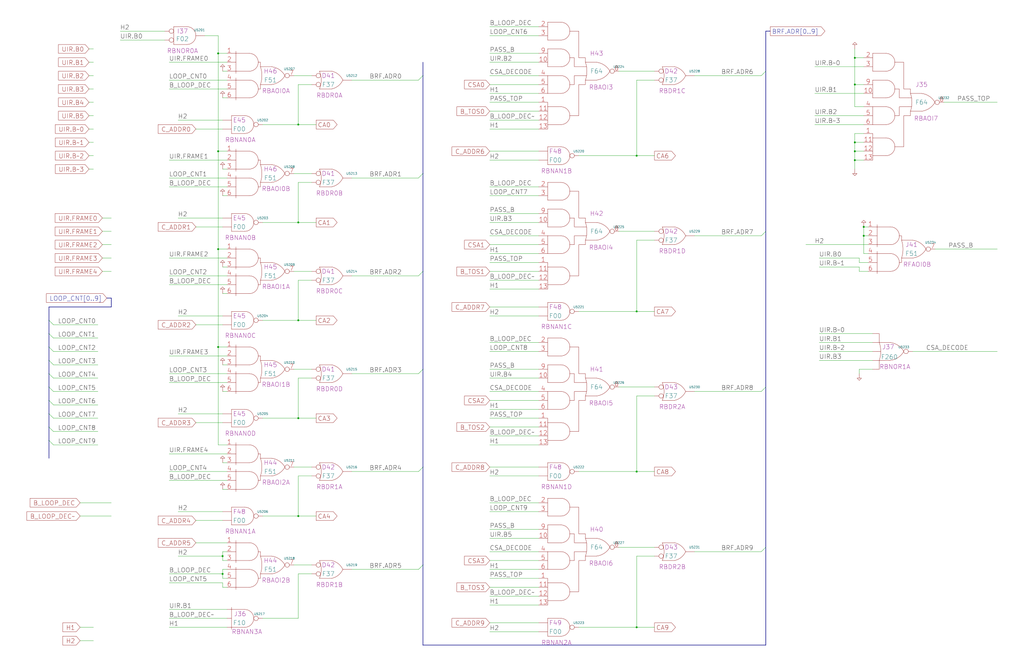
<source format=kicad_sch>
(kicad_sch (version 20250114) (generator "eeschema") (generator_version "9.0")
  (paper "User" 584.2 378.46)
  (title_block (title "REGISTER FILE CONTROL\\nB ADDRESS GENERATION") (date "22-MAR-90") (rev "1.0") (comment 1 "VALUE") (comment 2 "232-003063") (comment 3 "S400") (comment 4 "RELEASED"))
  (lib_symbols
    (symbol "r1000:F00" (pin_numbers (hide yes)) (pin_names (hide yes))
      (property "Reference" "U" (at 15.24 0 0))
      (property "Value" "F00" (at 1.905 -5.08 0))
      (property "Location" "___" (at 1.905 0 0))
      (property "Name" "______" (at 2.54 -12.7 0))
      (symbol "F00_1_1"
        (pin input line (at -7.62 0 0) (length 5.08) (name "D0") (number "1"))
        (pin input line (at -7.62 -5.08 0) (length 5.08) (name "D1") (number "2"))
        (pin output line (at 15.24 -2.54 180) (length 2.54) (name "Q") (number "3"))
      )
      (symbol "F00_1_2"
        (pin input line (at -7.62 0 0) (length 2.54) (name "D0") (number "1"))
        (pin input line (at -7.62 -5.08 0) (length 2.54) (name "D1") (number "2"))
        (pin output line (at 15.24 -2.54 180) (length 5.08) (name "Q") (number "3"))
      )
    )
    (symbol "r1000:F02" (pin_numbers (hide yes)) (pin_names (hide yes))
      (property "Reference" "U" (at 12.16 0.635 0))
      (property "Value" "F02" (at -1.27 -4.445 0))
      (property "Location" "___" (at 2.54 0 0))
      (property "Name" "______" (at 2.54 -12.7 0))
      (symbol "F02_1_1"
        (pin input line (at -7.62 0 0) (length 2.54) (name "D0") (number "1"))
        (pin input line (at -7.62 -5.08 0) (length 2.54) (name "D1") (number "2"))
        (pin output line (at 15.24 -2.54 180) (length 1.27) (name "Q") (number "3"))
      )
      (symbol "F02_1_2"
        (pin input line (at -7.62 0 0) (length 2.54) (name "D0") (number "1"))
        (pin input line (at -7.62 -5.08 0) (length 2.54) (name "D1") (number "2"))
        (pin output line (at 15.24 -2.54 180) (length 2.54) (name "Q") (number "3"))
      )
    )
    (symbol "r1000:F10" (pin_numbers (hide yes)) (pin_names (hide yes))
      (property "Reference" "U" (at 13.335 0 0))
      (property "Value" "F10" (at 5.715 -5.08 0))
      (property "Location" "___" (at -1.27 0 0))
      (property "Name" "______" (at -2.54 -10.16 0))
      (symbol "F10_1_1"
        (pin input line (at -5.08 2.54 0) (length 2.54) (name "D0") (number "1"))
        (pin input line (at -5.08 -2.54 0) (length 2.54) (name "D1") (number "2"))
        (pin input line (at -5.08 -7.62 0) (length 2.54) (name "D2") (number "3"))
        (pin output line (at 15.24 -2.54 180) (length 2.54) (name "Q") (number "4"))
      )
      (symbol "F10_1_2"
        (pin input line (at -5.08 2.54 0) (length 0) (name "D0") (number "1"))
        (pin input line (at -5.08 -2.54 0) (length 0) (name "D1") (number "2"))
        (pin input line (at -5.08 -7.62 0) (length 0) (name "D2") (number "3"))
        (pin output line (at 15.24 -2.54 180) (length 2.54) (name "Q") (number "4"))
      )
    )
    (symbol "r1000:F260" (pin_numbers (hide yes)) (pin_names (hide yes))
      (property "Reference" "U" (at 10.16 0 0))
      (property "Value" "F260" (at 1.905 -5.715 0))
      (property "Location" "___" (at 1.27 0 0))
      (property "Name" "______" (at 5.08 -12.7 0))
      (symbol "F260_1_1"
        (pin input line (at -7.62 7.62 0) (length 2.54) (name "D0") (number "12"))
        (pin input line (at -7.62 2.54 0) (length 2.54) (name "D1") (number "13"))
        (pin input line (at -7.62 -2.54 0) (length 2.54) (name "D2") (number "1"))
        (pin input line (at -7.62 -7.62 0) (length 2.54) (name "D3") (number "2"))
        (pin input line (at -7.62 -12.7 0) (length 2.54) (name "D4") (number "3"))
        (pin output line (at 15.24 -2.54 180) (length 2.54) (name "Q") (number "5"))
      )
      (symbol "F260_1_2"
        (pin input line (at -7.62 7.62 0) (length 0) (name "D0") (number "12"))
        (pin input line (at -7.62 2.54 0) (length 0) (name "D1") (number "13"))
        (pin input line (at -7.62 -2.54 0) (length 0) (name "D2") (number "1"))
        (pin input line (at -7.62 -7.62 0) (length 0) (name "D3") (number "2"))
        (pin input line (at -7.62 -12.7 0) (length 0) (name "D4") (number "3"))
        (pin output line (at 15.24 -2.54 180) (length 7.62) (name "Q") (number "5"))
      )
    )
    (symbol "r1000:F37" (pin_numbers (hide yes)) (pin_names (offset 0) (hide yes))
      (property "Reference" "U" (at 15.24 0 0))
      (property "Value" "F37" (at 1.905 -5.08 0))
      (property "Location" "___" (at 1.905 0 0))
      (property "Name" "______" (at 2.54 -12.7 0))
      (symbol "F37_1_1"
        (pin input line (at -7.62 0 0) (length 5.08) (name "D0") (number "1"))
        (pin input line (at -7.62 -5.08 0) (length 5.08) (name "D1") (number "2"))
        (pin output line (at 15.24 -2.54 180) (length 2.54) (name "Q") (number "3"))
      )
      (symbol "F37_1_2"
        (pin input line (at -7.62 0 0) (length 2.54) (name "D0") (number "1"))
        (pin input line (at -7.62 -5.08 0) (length 2.54) (name "D1") (number "2"))
        (pin output line (at 15.24 -2.54 180) (length 5.08) (name "Q") (number "3"))
      )
    )
    (symbol "r1000:F51" (pin_names (hide yes))
      (property "Reference" "U" (at 12.7 1.27 0))
      (property "Value" "F51" (at 1.905 -5.08 0))
      (property "Location" "___" (at 1.905 0 0))
      (property "Name" "______" (at 5.08 -12.7 0))
      (symbol "F51_1_1"
        (pin input line (at -22.86 10.16 0) (length 2.54) (name "A1") (number "1"))
        (pin input line (at -22.86 5.08 0) (length 2.54) (name "A2") (number "2"))
        (pin input line (at -22.86 0 0) (length 2.54) (name "A3") (number "3"))
        (pin input line (at -22.86 -5.08 0) (length 2.54) (name "B1") (number "4"))
        (pin input line (at -22.86 -10.16 0) (length 2.54) (name "B2") (number "5"))
        (pin input line (at -22.86 -15.24 0) (length 2.54) (name "B3") (number "6"))
        (pin output line (at 15.24 -2.54 180) (length 2.54) (name "Q") (number "7"))
      )
    )
    (symbol "r1000:F64" (pin_names (hide yes))
      (property "Reference" "U" (at 15.24 2.54 0))
      (property "Value" "F64" (at 2.54 0 0))
      (property "Location" "___" (at 2.54 10.16 0))
      (property "Name" "______" (at 5.08 -10.62 0))
      (symbol "F64_1_1"
        (pin input line (at -30.48 25.4 0) (length 5.08) (name "A0") (number "2"))
        (pin input line (at -30.48 20.32 0) (length 5.08) (name "A1") (number "3"))
        (pin input line (at -30.48 10.16 0) (length 5.08) (name "B0") (number "9"))
        (pin input line (at -30.48 5.08 0) (length 5.08) (name "B1") (number "10"))
        (pin input line (at -30.48 -2.54 0) (length 5.08) (name "C0") (number "4"))
        (pin input line (at -30.48 -7.62 0) (length 5.08) (name "C1") (number "5"))
        (pin input line (at -30.48 -12.7 0) (length 5.08) (name "C2") (number "6"))
        (pin input line (at -30.48 -17.78 0) (length 5.08) (name "D0") (number "1"))
        (pin input line (at -30.48 -22.86 0) (length 5.08) (name "D1") (number "11"))
        (pin input line (at -30.48 -27.94 0) (length 5.08) (name "D2") (number "12"))
        (pin input line (at -30.48 -33.02 0) (length 5.08) (name "D3") (number "13"))
        (pin output line (at 15.24 0 180) (length 2.54) (name "Q") (number "8"))
      )
    )
    (symbol "r1000:PD" (power) (pin_numbers (hide yes)) (pin_names (hide yes)) (in_bom no)
      (symbol "PD_1_1"
        (pin power_in line (at 0 0 270) (length 2.54) (name "PD") (number "1"))
      )
    )
    (symbol "r1000:PU" (power) (pin_numbers (hide yes)) (pin_names (hide yes))
      (symbol "PU_1_1"
        (pin power_in line (at 0 0 90) (length 2.54) (name "PU") (number "1"))
      )
    )
  )
  (junction (at 487.68 33.02))
  (junction (at 492.76 129.54))
  (junction (at 127 327.66))
  (junction (at 170.18 71.12))
  (junction (at 487.68 86.36))
  (junction (at 170.18 182.88))
  (junction (at 170.18 294.64))
  (junction (at 363.22 88.9))
  (junction (at 363.22 177.8))
  (junction (at 363.22 269.24))
  (junction (at 487.68 91.44))
  (junction (at 124.46 30.48))
  (junction (at 487.68 81.28))
  (junction (at 124.46 86.36))
  (junction (at 124.46 142.24))
  (junction (at 127 317.5))
  (junction (at 170.18 238.76))
  (junction (at 363.22 358.14))
  (junction (at 492.76 134.62))
  (junction (at 124.46 198.12))
  (junction (at 487.68 48.26))
  (junction (at 170.18 127))
  (bus_entry (at 27.94 243.84) (size 2.54 2.54))
  (bus_entry (at 27.94 213.36) (size 2.54 2.54))
  (bus_entry (at 436.88 132.08) (size -2.54 2.54))
  (bus_entry (at 27.94 205.74) (size 2.54 2.54))
  (bus_entry (at 241.3 266.7) (size -2.54 2.54))
  (bus_entry (at 27.94 220.98) (size 2.54 2.54))
  (bus_entry (at 241.3 43.18) (size -2.54 2.54))
  (bus_entry (at 436.88 220.98) (size -2.54 2.54))
  (bus_entry (at 241.3 154.94) (size -2.54 2.54))
  (bus_entry (at 436.88 312.42) (size -2.54 2.54))
  (bus_entry (at 241.3 210.82) (size -2.54 2.54))
  (bus_entry (at 27.94 228.6) (size 2.54 2.54))
  (bus_entry (at 27.94 198.12) (size 2.54 2.54))
  (bus_entry (at 27.94 251.46) (size 2.54 2.54))
  (bus_entry (at 27.94 190.5) (size 2.54 2.54))
  (bus_entry (at 436.88 40.64) (size -2.54 2.54))
  (bus_entry (at 241.3 322.58) (size -2.54 2.54))
  (bus_entry (at 27.94 182.88) (size 2.54 2.54))
  (bus_entry (at 27.94 236.22) (size 2.54 2.54))
  (bus_entry (at 241.3 99.06) (size -2.54 2.54))
  (wire (pts (xy 101.6 317.5) (xy 127 317.5)))
  (wire (pts (xy 363.22 358.14) (xy 373.38 358.14)))
  (wire (pts (xy 200.66 269.24) (xy 238.76 269.24)))
  (wire (pts (xy 279.4 223.52) (xy 307.34 223.52)))
  (wire (pts (xy 124.46 30.48) (xy 129.54 30.48)))
  (wire (pts (xy 170.18 238.76) (xy 170.18 215.9)))
  (wire (pts (xy 124.46 20.32) (xy 124.46 30.48)))
  (wire (pts (xy 353.06 132.08) (xy 373.38 132.08)))
  (wire (pts (xy 167.64 154.94) (xy 177.8 154.94)))
  (wire (pts (xy 490.22 210.82) (xy 497.84 210.82)))
  (wire (pts (xy 490.22 152.4) (xy 490.22 154.94)))
  (wire (pts (xy 127 264.16) (xy 129.54 264.16)))
  (wire (pts (xy 96.52 157.48) (xy 129.54 157.48)))
  (wire (pts (xy 467.36 200.66) (xy 497.84 200.66)))
  (bus (pts (xy 63.5 175.26) (xy 27.94 175.26)))
  (wire (pts (xy 170.18 160.02) (xy 177.8 160.02)))
  (wire (pts (xy 279.4 154.94) (xy 307.34 154.94)))
  (wire (pts (xy 363.22 226.06) (xy 373.38 226.06)))
  (wire (pts (xy 464.82 66.04) (xy 492.76 66.04)))
  (wire (pts (xy 124.46 142.24) (xy 124.46 198.12)))
  (wire (pts (xy 124.46 198.12) (xy 129.54 198.12)))
  (wire (pts (xy 490.22 147.32) (xy 490.22 149.86)))
  (wire (pts (xy 170.18 353.06) (xy 149.86 353.06)))
  (wire (pts (xy 533.4 142.24) (xy 568.96 142.24)))
  (wire (pts (xy 101.6 292.1) (xy 127 292.1)))
  (bus (pts (xy 241.3 35.56) (xy 241.3 43.18)))
  (wire (pts (xy 279.4 30.48) (xy 307.34 30.48)))
  (wire (pts (xy 279.4 43.18) (xy 307.34 43.18)))
  (wire (pts (xy 30.48 208.28) (xy 55.88 208.28)))
  (wire (pts (xy 279.4 287.02) (xy 307.34 287.02)))
  (wire (pts (xy 487.68 48.26) (xy 492.76 48.26)))
  (wire (pts (xy 170.18 182.88) (xy 180.34 182.88)))
  (wire (pts (xy 149.86 71.12) (xy 170.18 71.12)))
  (wire (pts (xy 96.52 213.36) (xy 129.54 213.36)))
  (wire (pts (xy 487.68 91.44) (xy 487.68 86.36)))
  (wire (pts (xy 279.4 127) (xy 307.34 127)))
  (wire (pts (xy 167.64 322.58) (xy 177.8 322.58)))
  (wire (pts (xy 50.8 96.52) (xy 53.34 96.52)))
  (wire (pts (xy 279.4 325.12) (xy 307.34 325.12)))
  (wire (pts (xy 30.48 215.9) (xy 55.88 215.9)))
  (bus (pts (xy 27.94 182.88) (xy 27.94 190.5)))
  (wire (pts (xy 101.6 124.46) (xy 127 124.46)))
  (wire (pts (xy 50.8 50.8) (xy 53.34 50.8)))
  (wire (pts (xy 127 111.76) (xy 129.54 111.76)))
  (wire (pts (xy 170.18 48.26) (xy 177.8 48.26)))
  (bus (pts (xy 27.94 251.46) (xy 27.94 261.62)))
  (wire (pts (xy 279.4 63.5) (xy 307.34 63.5)))
  (wire (pts (xy 101.6 68.58) (xy 127 68.58)))
  (bus (pts (xy 436.88 40.64) (xy 436.88 132.08)))
  (wire (pts (xy 279.4 111.76) (xy 307.34 111.76)))
  (wire (pts (xy 363.22 88.9) (xy 373.38 88.9)))
  (wire (pts (xy 467.36 205.74) (xy 497.84 205.74)))
  (wire (pts (xy 495.3 134.62) (xy 492.76 134.62)))
  (wire (pts (xy 127 317.5) (xy 127 314.96)))
  (wire (pts (xy 30.48 254) (xy 55.88 254)))
  (wire (pts (xy 96.52 106.68) (xy 129.54 106.68)))
  (bus (pts (xy 63.5 170.18) (xy 63.5 175.26)))
  (wire (pts (xy 149.86 182.88) (xy 170.18 182.88)))
  (wire (pts (xy 170.18 215.9) (xy 177.8 215.9)))
  (wire (pts (xy 58.42 132.08) (xy 63.5 132.08)))
  (wire (pts (xy 487.68 86.36) (xy 492.76 86.36)))
  (wire (pts (xy 45.72 358.14) (xy 53.34 358.14)))
  (wire (pts (xy 353.06 312.42) (xy 373.38 312.42)))
  (wire (pts (xy 170.18 182.88) (xy 170.18 160.02)))
  (wire (pts (xy 149.86 238.76) (xy 170.18 238.76)))
  (wire (pts (xy 200.66 157.48) (xy 238.76 157.48)))
  (bus (pts (xy 27.94 213.36) (xy 27.94 220.98)))
  (bus (pts (xy 27.94 205.74) (xy 27.94 213.36)))
  (wire (pts (xy 170.18 294.64) (xy 170.18 271.78)))
  (wire (pts (xy 111.76 297.18) (xy 127 297.18)))
  (wire (pts (xy 490.22 149.86) (xy 495.3 149.86)))
  (wire (pts (xy 363.22 269.24) (xy 373.38 269.24)))
  (wire (pts (xy 127 152.4) (xy 129.54 152.4)))
  (wire (pts (xy 96.52 203.2) (xy 129.54 203.2)))
  (wire (pts (xy 279.4 335.28) (xy 307.34 335.28)))
  (wire (pts (xy 127 325.12) (xy 129.54 325.12)))
  (wire (pts (xy 279.4 266.7) (xy 307.34 266.7)))
  (wire (pts (xy 30.48 185.42) (xy 55.88 185.42)))
  (wire (pts (xy 96.52 274.32) (xy 129.54 274.32)))
  (wire (pts (xy 467.36 195.58) (xy 497.84 195.58)))
  (wire (pts (xy 127 314.96) (xy 129.54 314.96)))
  (wire (pts (xy 330.2 177.8) (xy 363.22 177.8)))
  (wire (pts (xy 492.76 134.62) (xy 492.76 129.54)))
  (bus (pts (xy 27.94 228.6) (xy 27.94 236.22)))
  (wire (pts (xy 279.4 106.68) (xy 307.34 106.68)))
  (bus (pts (xy 241.3 210.82) (xy 241.3 266.7)))
  (wire (pts (xy 279.4 210.82) (xy 307.34 210.82)))
  (wire (pts (xy 170.18 127) (xy 180.34 127)))
  (bus (pts (xy 241.3 99.06) (xy 241.3 154.94)))
  (wire (pts (xy 464.82 38.1) (xy 492.76 38.1)))
  (wire (pts (xy 330.2 88.9) (xy 363.22 88.9)))
  (wire (pts (xy 50.8 73.66) (xy 53.34 73.66)))
  (bus (pts (xy 436.88 312.42) (xy 436.88 368.3)))
  (wire (pts (xy 279.4 330.2) (xy 307.34 330.2)))
  (wire (pts (xy 467.36 147.32) (xy 490.22 147.32)))
  (wire (pts (xy 127 317.5) (xy 127 320.04)))
  (wire (pts (xy 353.06 40.64) (xy 373.38 40.64)))
  (wire (pts (xy 279.4 228.6) (xy 307.34 228.6)))
  (wire (pts (xy 116.84 20.32) (xy 124.46 20.32)))
  (wire (pts (xy 279.4 314.96) (xy 307.34 314.96)))
  (wire (pts (xy 96.52 353.06) (xy 129.54 353.06)))
  (wire (pts (xy 279.4 248.92) (xy 307.34 248.92)))
  (bus (pts (xy 241.3 368.3) (xy 436.88 368.3)))
  (wire (pts (xy 279.4 160.02) (xy 307.34 160.02)))
  (wire (pts (xy 279.4 180.34) (xy 307.34 180.34)))
  (wire (pts (xy 96.52 101.6) (xy 129.54 101.6)))
  (wire (pts (xy 363.22 88.9) (xy 363.22 45.72)))
  (bus (pts (xy 436.88 132.08) (xy 436.88 220.98)))
  (wire (pts (xy 279.4 165.1) (xy 307.34 165.1)))
  (wire (pts (xy 124.46 86.36) (xy 129.54 86.36)))
  (wire (pts (xy 101.6 236.22) (xy 127 236.22)))
  (wire (pts (xy 467.36 190.5) (xy 497.84 190.5)))
  (wire (pts (xy 279.4 139.7) (xy 307.34 139.7)))
  (wire (pts (xy 490.22 213.36) (xy 490.22 210.82)))
  (wire (pts (xy 45.72 365.76) (xy 53.34 365.76)))
  (wire (pts (xy 200.66 213.36) (xy 238.76 213.36)))
  (wire (pts (xy 30.48 200.66) (xy 55.88 200.66)))
  (wire (pts (xy 487.68 91.44) (xy 492.76 91.44)))
  (wire (pts (xy 487.68 81.28) (xy 487.68 76.2)))
  (wire (pts (xy 279.4 320.04) (xy 307.34 320.04)))
  (wire (pts (xy 330.2 358.14) (xy 363.22 358.14)))
  (wire (pts (xy 96.52 147.32) (xy 129.54 147.32)))
  (wire (pts (xy 363.22 45.72) (xy 373.38 45.72)))
  (bus (pts (xy 27.94 220.98) (xy 27.94 228.6)))
  (wire (pts (xy 459.74 139.7) (xy 495.3 139.7)))
  (wire (pts (xy 464.82 53.34) (xy 492.76 53.34)))
  (wire (pts (xy 167.64 43.18) (xy 177.8 43.18)))
  (wire (pts (xy 279.4 121.92) (xy 307.34 121.92)))
  (wire (pts (xy 50.8 66.04) (xy 53.34 66.04)))
  (wire (pts (xy 68.58 17.78) (xy 93.98 17.78)))
  (wire (pts (xy 127 327.66) (xy 127 325.12)))
  (wire (pts (xy 167.64 266.7) (xy 177.8 266.7)))
  (bus (pts (xy 60.96 170.18) (xy 63.5 170.18)))
  (wire (pts (xy 96.52 35.56) (xy 129.54 35.56)))
  (wire (pts (xy 279.4 238.76) (xy 307.34 238.76)))
  (wire (pts (xy 487.68 96.52) (xy 487.68 91.44)))
  (wire (pts (xy 124.46 254) (xy 129.54 254)))
  (wire (pts (xy 538.48 58.42) (xy 568.96 58.42)))
  (bus (pts (xy 27.94 190.5) (xy 27.94 198.12)))
  (bus (pts (xy 241.3 43.18) (xy 241.3 99.06)))
  (wire (pts (xy 492.76 129.54) (xy 495.3 129.54)))
  (wire (pts (xy 96.52 50.8) (xy 129.54 50.8)))
  (wire (pts (xy 111.76 129.54) (xy 127 129.54)))
  (wire (pts (xy 96.52 269.24) (xy 129.54 269.24)))
  (wire (pts (xy 279.4 68.58) (xy 307.34 68.58)))
  (wire (pts (xy 111.76 241.3) (xy 127 241.3)))
  (wire (pts (xy 464.82 71.12) (xy 492.76 71.12)))
  (wire (pts (xy 279.4 243.84) (xy 307.34 243.84)))
  (wire (pts (xy 96.52 347.98) (xy 129.54 347.98)))
  (wire (pts (xy 487.68 48.26) (xy 487.68 60.96)))
  (wire (pts (xy 50.8 35.56) (xy 53.34 35.56)))
  (wire (pts (xy 127 332.74) (xy 127 335.28)))
  (bus (pts (xy 27.94 243.84) (xy 27.94 251.46)))
  (wire (pts (xy 279.4 144.78) (xy 307.34 144.78)))
  (wire (pts (xy 30.48 223.52) (xy 55.88 223.52)))
  (wire (pts (xy 492.76 144.78) (xy 492.76 134.62)))
  (wire (pts (xy 490.22 154.94) (xy 495.3 154.94)))
  (wire (pts (xy 279.4 149.86) (xy 307.34 149.86)))
  (wire (pts (xy 127 208.28) (xy 129.54 208.28)))
  (wire (pts (xy 111.76 185.42) (xy 127 185.42)))
  (wire (pts (xy 50.8 88.9) (xy 53.34 88.9)))
  (wire (pts (xy 170.18 327.66) (xy 170.18 353.06)))
  (wire (pts (xy 487.68 33.02) (xy 487.68 48.26)))
  (wire (pts (xy 279.4 360.68) (xy 307.34 360.68)))
  (wire (pts (xy 167.64 210.82) (xy 177.8 210.82)))
  (bus (pts (xy 27.94 198.12) (xy 27.94 205.74)))
  (wire (pts (xy 396.24 43.18) (xy 434.34 43.18)))
  (wire (pts (xy 492.76 60.96) (xy 487.68 60.96)))
  (wire (pts (xy 96.52 162.56) (xy 129.54 162.56)))
  (wire (pts (xy 45.72 294.64) (xy 63.5 294.64)))
  (wire (pts (xy 30.48 231.14) (xy 55.88 231.14)))
  (wire (pts (xy 487.68 86.36) (xy 487.68 81.28)))
  (wire (pts (xy 279.4 355.6) (xy 307.34 355.6)))
  (wire (pts (xy 279.4 340.36) (xy 307.34 340.36)))
  (bus (pts (xy 436.88 17.78) (xy 439.42 17.78)))
  (bus (pts (xy 241.3 266.7) (xy 241.3 322.58)))
  (wire (pts (xy 363.22 269.24) (xy 363.22 226.06)))
  (wire (pts (xy 279.4 302.26) (xy 307.34 302.26)))
  (wire (pts (xy 96.52 45.72) (xy 129.54 45.72)))
  (wire (pts (xy 279.4 15.24) (xy 307.34 15.24)))
  (wire (pts (xy 330.2 269.24) (xy 363.22 269.24)))
  (wire (pts (xy 50.8 43.18) (xy 53.34 43.18)))
  (wire (pts (xy 45.72 287.02) (xy 63.5 287.02)))
  (wire (pts (xy 520.7 200.66) (xy 568.96 200.66)))
  (wire (pts (xy 127 40.64) (xy 129.54 40.64)))
  (wire (pts (xy 127 335.28) (xy 129.54 335.28)))
  (wire (pts (xy 487.68 27.94) (xy 487.68 33.02)))
  (wire (pts (xy 363.22 358.14) (xy 363.22 317.5)))
  (wire (pts (xy 50.8 27.94) (xy 53.34 27.94)))
  (wire (pts (xy 353.06 220.98) (xy 373.38 220.98)))
  (wire (pts (xy 111.76 73.66) (xy 127 73.66)))
  (wire (pts (xy 50.8 58.42) (xy 53.34 58.42)))
  (wire (pts (xy 124.46 30.48) (xy 124.46 86.36)))
  (wire (pts (xy 279.4 271.78) (xy 307.34 271.78)))
  (wire (pts (xy 363.22 137.16) (xy 373.38 137.16)))
  (wire (pts (xy 279.4 195.58) (xy 307.34 195.58)))
  (wire (pts (xy 58.42 154.94) (xy 63.5 154.94)))
  (wire (pts (xy 58.42 147.32) (xy 63.5 147.32)))
  (wire (pts (xy 279.4 20.32) (xy 307.34 20.32)))
  (wire (pts (xy 96.52 327.66) (xy 127 327.66)))
  (wire (pts (xy 279.4 345.44) (xy 307.34 345.44)))
  (wire (pts (xy 279.4 254) (xy 307.34 254)))
  (wire (pts (xy 177.8 327.66) (xy 170.18 327.66)))
  (wire (pts (xy 170.18 71.12) (xy 170.18 48.26)))
  (wire (pts (xy 279.4 91.44) (xy 307.34 91.44)))
  (wire (pts (xy 68.58 22.86) (xy 93.98 22.86)))
  (wire (pts (xy 279.4 73.66) (xy 307.34 73.66)))
  (wire (pts (xy 127 55.88) (xy 129.54 55.88)))
  (wire (pts (xy 279.4 53.34) (xy 307.34 53.34)))
  (wire (pts (xy 127 167.64) (xy 129.54 167.64)))
  (wire (pts (xy 170.18 271.78) (xy 177.8 271.78)))
  (wire (pts (xy 363.22 177.8) (xy 363.22 137.16)))
  (wire (pts (xy 279.4 292.1) (xy 307.34 292.1)))
  (wire (pts (xy 363.22 177.8) (xy 373.38 177.8)))
  (bus (pts (xy 241.3 154.94) (xy 241.3 210.82)))
  (wire (pts (xy 363.22 317.5) (xy 373.38 317.5)))
  (wire (pts (xy 30.48 238.76) (xy 55.88 238.76)))
  (wire (pts (xy 124.46 86.36) (xy 124.46 142.24)))
  (wire (pts (xy 58.42 139.7) (xy 63.5 139.7)))
  (wire (pts (xy 170.18 71.12) (xy 180.34 71.12)))
  (wire (pts (xy 129.54 320.04) (xy 127 320.04)))
  (wire (pts (xy 127 327.66) (xy 127 330.2)))
  (wire (pts (xy 149.86 294.64) (xy 170.18 294.64)))
  (wire (pts (xy 127 223.52) (xy 129.54 223.52)))
  (bus (pts (xy 27.94 236.22) (xy 27.94 243.84)))
  (wire (pts (xy 279.4 200.66) (xy 307.34 200.66)))
  (wire (pts (xy 58.42 124.46) (xy 63.5 124.46)))
  (wire (pts (xy 279.4 134.62) (xy 307.34 134.62)))
  (wire (pts (xy 467.36 152.4) (xy 490.22 152.4)))
  (wire (pts (xy 200.66 101.6) (xy 238.76 101.6)))
  (wire (pts (xy 279.4 233.68) (xy 307.34 233.68)))
  (wire (pts (xy 487.68 76.2) (xy 492.76 76.2)))
  (bus (pts (xy 27.94 175.26) (xy 27.94 182.88)))
  (wire (pts (xy 101.6 180.34) (xy 127 180.34)))
  (wire (pts (xy 495.3 144.78) (xy 492.76 144.78)))
  (wire (pts (xy 396.24 223.52) (xy 434.34 223.52)))
  (wire (pts (xy 111.76 309.88) (xy 129.54 309.88)))
  (wire (pts (xy 124.46 142.24) (xy 129.54 142.24)))
  (wire (pts (xy 96.52 259.08) (xy 129.54 259.08)))
  (wire (pts (xy 396.24 314.96) (xy 434.34 314.96)))
  (wire (pts (xy 170.18 294.64) (xy 180.34 294.64)))
  (wire (pts (xy 279.4 175.26) (xy 307.34 175.26)))
  (wire (pts (xy 279.4 35.56) (xy 307.34 35.56)))
  (wire (pts (xy 170.18 238.76) (xy 180.34 238.76)))
  (bus (pts (xy 241.3 322.58) (xy 241.3 368.3)))
  (wire (pts (xy 279.4 215.9) (xy 307.34 215.9)))
  (wire (pts (xy 124.46 198.12) (xy 124.46 254)))
  (wire (pts (xy 279.4 307.34) (xy 307.34 307.34)))
  (wire (pts (xy 170.18 104.14) (xy 177.8 104.14)))
  (wire (pts (xy 167.64 99.06) (xy 177.8 99.06)))
  (wire (pts (xy 50.8 81.28) (xy 53.34 81.28)))
  (wire (pts (xy 127 96.52) (xy 129.54 96.52)))
  (bus (pts (xy 436.88 17.78) (xy 436.88 40.64)))
  (wire (pts (xy 279.4 58.42) (xy 307.34 58.42)))
  (wire (pts (xy 279.4 48.26) (xy 307.34 48.26)))
  (wire (pts (xy 279.4 86.36) (xy 307.34 86.36)))
  (wire (pts (xy 200.66 325.12) (xy 238.76 325.12)))
  (wire (pts (xy 129.54 330.2) (xy 127 330.2)))
  (wire (pts (xy 200.66 45.72) (xy 238.76 45.72)))
  (wire (pts (xy 396.24 134.62) (xy 434.34 134.62)))
  (wire (pts (xy 487.68 81.28) (xy 492.76 81.28)))
  (wire (pts (xy 96.52 358.14) (xy 129.54 358.14)))
  (wire (pts (xy 127 279.4) (xy 129.54 279.4)))
  (wire (pts (xy 487.68 33.02) (xy 492.76 33.02)))
  (wire (pts (xy 149.86 127) (xy 170.18 127)))
  (wire (pts (xy 96.52 218.44) (xy 129.54 218.44)))
  (wire (pts (xy 30.48 193.04) (xy 55.88 193.04)))
  (wire (pts (xy 96.52 91.44) (xy 129.54 91.44)))
  (bus (pts (xy 436.88 220.98) (xy 436.88 312.42)))
  (wire (pts (xy 170.18 127) (xy 170.18 104.14)))
  (wire (pts (xy 96.52 332.74) (xy 127 332.74)))
  (wire (pts (xy 30.48 246.38) (xy 55.88 246.38)))
  (label "B_LOOP_DEC~" (at 279.4 248.92 0) (effects (font (size 2.54 2.54))))
  (label "UIR.B~1" (at 467.36 152.4 0) (effects (font (size 2.54 2.54))))
  (label "H1" (at 96.52 358.14 0) (effects (font (size 2.54 2.54))))
  (label "H1" (at 279.4 73.66 0) (effects (font (size 2.54 2.54))))
  (label "H2" (at 464.82 139.7 0) (effects (font (size 2.54 2.54))))
  (label "UIR.B~0" (at 464.82 38.1 0) (effects (font (size 2.54 2.54))))
  (label "LOOP_CNT0" (at 33.02 185.42 0) (effects (font (size 2.54 2.54))))
  (label "BRF.ADR3" (at 210.82 213.36 0) (effects (font (size 2.54 2.54))))
  (label "CSA_DECODE" (at 279.4 223.52 0) (effects (font (size 2.54 2.54))))
  (label "LOOP_CNT5" (at 96.52 332.74 0) (effects (font (size 2.54 2.54))))
  (label "B_LOOP_DEC" (at 279.4 15.24 0) (effects (font (size 2.54 2.54))))
  (label "B_LOOP_DEC" (at 96.52 218.44 0) (effects (font (size 2.54 2.54))))
  (label "B_LOOP_DEC" (at 279.4 195.58 0) (effects (font (size 2.54 2.54))))
  (label "H2" (at 101.6 180.34 0) (effects (font (size 2.54 2.54))))
  (label "B_LOOP_DEC" (at 96.52 327.66 0) (effects (font (size 2.54 2.54))))
  (label "H2" (at 101.6 317.5 0) (effects (font (size 2.54 2.54))))
  (label "LOOP_CNT8" (at 279.4 200.66 0) (effects (font (size 2.54 2.54))))
  (label "UIR.B0" (at 467.36 147.32 0) (effects (font (size 2.54 2.54))))
  (label "H1" (at 279.4 165.1 0) (effects (font (size 2.54 2.54))))
  (label "UIR.FRAME1" (at 96.52 91.44 0) (effects (font (size 2.54 2.54))))
  (label "BRF.ADR7" (at 411.48 134.62 0) (effects (font (size 2.54 2.54))))
  (label "BRF.ADR4" (at 210.82 269.24 0) (effects (font (size 2.54 2.54))))
  (label "UIR.B~3" (at 464.82 71.12 0) (effects (font (size 2.54 2.54))))
  (label "LOOP_CNT4" (at 96.52 269.24 0) (effects (font (size 2.54 2.54))))
  (label "BRF.ADR1" (at 210.82 101.6 0) (effects (font (size 2.54 2.54))))
  (label "PASS_TOP" (at 279.4 330.2 0) (effects (font (size 2.54 2.54))))
  (label "LOOP_CNT6" (at 279.4 20.32 0) (effects (font (size 2.54 2.54))))
  (label "UIR.B0" (at 68.58 22.86 0) (effects (font (size 2.54 2.54))))
  (label "UIR.B2" (at 279.4 35.56 0) (effects (font (size 2.54 2.54))))
  (label "UIR.B1" (at 467.36 195.58 0) (effects (font (size 2.54 2.54))))
  (label "PASS_B" (at 541.02 142.24 0) (effects (font (size 2.54 2.54))))
  (label "H2" (at 101.6 124.46 0) (effects (font (size 2.54 2.54))))
  (label "H1" (at 279.4 144.78 0) (effects (font (size 2.54 2.54))))
  (label "UIR.FRAME2" (at 96.52 147.32 0) (effects (font (size 2.54 2.54))))
  (label "LOOP_CNT9" (at 33.02 254 0) (effects (font (size 2.54 2.54))))
  (label "LOOP_CNT5" (at 33.02 223.52 0) (effects (font (size 2.54 2.54))))
  (label "CSA_DECODE" (at 528.32 200.66 0) (effects (font (size 2.54 2.54))))
  (label "LOOP_CNT6" (at 33.02 231.14 0) (effects (font (size 2.54 2.54))))
  (label "H2" (at 279.4 91.44 0) (effects (font (size 2.54 2.54))))
  (label "PASS_B" (at 279.4 302.26 0) (effects (font (size 2.54 2.54))))
  (label "H2" (at 68.58 17.78 0) (effects (font (size 2.54 2.54))))
  (label "LOOP_CNT8" (at 33.02 246.38 0) (effects (font (size 2.54 2.54))))
  (label "H1" (at 279.4 53.34 0) (effects (font (size 2.54 2.54))))
  (label "UIR.FRAME4" (at 96.52 259.08 0) (effects (font (size 2.54 2.54))))
  (label "BRF.ADR8" (at 411.48 223.52 0) (effects (font (size 2.54 2.54))))
  (label "UIR.B4" (at 279.4 215.9 0) (effects (font (size 2.54 2.54))))
  (label "PASS_B" (at 279.4 121.92 0) (effects (font (size 2.54 2.54))))
  (label "PASS_B" (at 279.4 30.48 0) (effects (font (size 2.54 2.54))))
  (label "UIR.B~0" (at 467.36 190.5 0) (effects (font (size 2.54 2.54))))
  (label "CSA_DECODE" (at 279.4 134.62 0) (effects (font (size 2.54 2.54))))
  (label "UIR.FRAME0" (at 96.52 35.56 0) (effects (font (size 2.54 2.54))))
  (label "H2" (at 279.4 180.34 0) (effects (font (size 2.54 2.54))))
  (label "LOOP_CNT7" (at 33.02 238.76 0) (effects (font (size 2.54 2.54))))
  (label "LOOP_CNT7" (at 279.4 111.76 0) (effects (font (size 2.54 2.54))))
  (label "LOOP_CNT3" (at 96.52 213.36 0) (effects (font (size 2.54 2.54))))
  (label "UIR.B~2" (at 467.36 200.66 0) (effects (font (size 2.54 2.54))))
  (label "B_LOOP_DEC" (at 96.52 274.32 0) (effects (font (size 2.54 2.54))))
  (label "CSA_DECODE" (at 279.4 314.96 0) (effects (font (size 2.54 2.54))))
  (label "LOOP_CNT1" (at 33.02 193.04 0) (effects (font (size 2.54 2.54))))
  (label "B_LOOP_DEC~" (at 279.4 340.36 0) (effects (font (size 2.54 2.54))))
  (label "H1" (at 279.4 254 0) (effects (font (size 2.54 2.54))))
  (label "LOOP_CNT0" (at 96.52 45.72 0) (effects (font (size 2.54 2.54))))
  (label "H1" (at 279.4 233.68 0) (effects (font (size 2.54 2.54))))
  (label "B_LOOP_DEC" (at 96.52 50.8 0) (effects (font (size 2.54 2.54))))
  (label "B_LOOP_DEC~" (at 279.4 160.02 0) (effects (font (size 2.54 2.54))))
  (label "BRF.ADR6" (at 411.48 43.18 0) (effects (font (size 2.54 2.54))))
  (label "PASS_TOP" (at 279.4 149.86 0) (effects (font (size 2.54 2.54))))
  (label "UIR.B3" (at 467.36 205.74 0) (effects (font (size 2.54 2.54))))
  (label "LOOP_CNT9" (at 279.4 292.1 0) (effects (font (size 2.54 2.54))))
  (label "CSA_DECODE" (at 279.4 43.18 0) (effects (font (size 2.54 2.54))))
  (label "UIR.B3" (at 279.4 127 0) (effects (font (size 2.54 2.54))))
  (label "BRF.ADR9" (at 411.48 314.96 0) (effects (font (size 2.54 2.54))))
  (label "PASS_TOP" (at 279.4 58.42 0) (effects (font (size 2.54 2.54))))
  (label "H2" (at 279.4 271.78 0) (effects (font (size 2.54 2.54))))
  (label "LOOP_CNT4" (at 33.02 215.9 0) (effects (font (size 2.54 2.54))))
  (label "B_LOOP_DEC" (at 279.4 287.02 0) (effects (font (size 2.54 2.54))))
  (label "B_LOOP_DEC" (at 96.52 106.68 0) (effects (font (size 2.54 2.54))))
  (label "UIR.B5" (at 279.4 307.34 0) (effects (font (size 2.54 2.54))))
  (label "H2" (at 101.6 292.1 0) (effects (font (size 2.54 2.54))))
  (label "LOOP_CNT2" (at 96.52 157.48 0) (effects (font (size 2.54 2.54))))
  (label "LOOP_CNT3" (at 33.02 208.28 0) (effects (font (size 2.54 2.54))))
  (label "B_LOOP_DEC~" (at 96.52 353.06 0) (effects (font (size 2.54 2.54))))
  (label "H2" (at 279.4 360.68 0) (effects (font (size 2.54 2.54))))
  (label "UIR.B2" (at 464.82 66.04 0) (effects (font (size 2.54 2.54))))
  (label "BRF.ADR0" (at 210.82 45.72 0) (effects (font (size 2.54 2.54))))
  (label "PASS_TOP" (at 546.1 58.42 0) (effects (font (size 2.54 2.54))))
  (label "H1" (at 279.4 325.12 0) (effects (font (size 2.54 2.54))))
  (label "UIR.B1" (at 96.52 347.98 0) (effects (font (size 2.54 2.54))))
  (label "B_LOOP_DEC" (at 96.52 162.56 0) (effects (font (size 2.54 2.54))))
  (label "B_LOOP_DEC" (at 279.4 106.68 0) (effects (font (size 2.54 2.54))))
  (label "PASS_TOP" (at 279.4 238.76 0) (effects (font (size 2.54 2.54))))
  (label "H1" (at 279.4 345.44 0) (effects (font (size 2.54 2.54))))
  (label "H2" (at 101.6 236.22 0) (effects (font (size 2.54 2.54))))
  (label "B_LOOP_DEC~" (at 279.4 68.58 0) (effects (font (size 2.54 2.54))))
  (label "BRF.ADR5" (at 210.82 325.12 0) (effects (font (size 2.54 2.54))))
  (label "LOOP_CNT1" (at 96.52 101.6 0) (effects (font (size 2.54 2.54))))
  (label "H2" (at 101.6 68.58 0) (effects (font (size 2.54 2.54))))
  (label "UIR.B1" (at 464.82 53.34 0) (effects (font (size 2.54 2.54))))
  (label "UIR.FRAME3" (at 96.52 203.2 0) (effects (font (size 2.54 2.54))))
  (label "LOOP_CNT2" (at 33.02 200.66 0) (effects (font (size 2.54 2.54))))
  (label "PASS_B" (at 279.4 210.82 0) (effects (font (size 2.54 2.54))))
  (label "BRF.ADR2" (at 210.82 157.48 0) (effects (font (size 2.54 2.54))))
  (global_label "CSA0" (shape input) (at 279.4 48.26 180) (effects (font (size 2.54 2.54))) (property "Intersheetrefs" "${INTERSHEET_REFS}" (at 265.0188 48.1013 0) (effects (font (size 1.905 1.905)) (justify right))))
  (global_label "UIR.FRAME3" (shape input) (at 58.42 147.32 180) (effects (font (size 2.54 2.54))) (property "Intersheetrefs" "${INTERSHEET_REFS}" (at 31.4597 147.1613 0) (effects (font (size 1.905 1.905)) (justify right))))
  (global_label "CA4" (shape output) (at 180.34 294.64 0) (effects (font (size 2.54 2.54))) (property "Intersheetrefs" "${INTERSHEET_REFS}" (at 192.3022 294.4813 0) (effects (font (size 1.905 1.905)) (justify left))))
  (global_label "UIR.B1" (shape input) (at 50.8 35.56 180) (effects (font (size 2.54 2.54))) (property "Intersheetrefs" "${INTERSHEET_REFS}" (at 33.395 35.4013 0) (effects (font (size 1.905 1.905)) (justify right))))
  (global_label "CA9" (shape output) (at 373.38 358.14 0) (effects (font (size 2.54 2.54))) (property "Intersheetrefs" "${INTERSHEET_REFS}" (at 385.3422 357.9813 0) (effects (font (size 1.905 1.905)) (justify left))))
  (global_label "UIR.B~1" (shape input) (at 50.8 81.28 180) (effects (font (size 2.54 2.54))) (property "Intersheetrefs" "${INTERSHEET_REFS}" (at 31.5807 81.1213 0) (effects (font (size 1.905 1.905)) (justify right))))
  (global_label "CA1" (shape output) (at 180.34 127 0) (effects (font (size 2.54 2.54))) (property "Intersheetrefs" "${INTERSHEET_REFS}" (at 192.3022 126.8413 0) (effects (font (size 1.905 1.905)) (justify left))))
  (global_label "B_LOOP_DEC~" (shape input) (at 45.72 294.64 180) (effects (font (size 2.54 2.54))) (property "Intersheetrefs" "${INTERSHEET_REFS}" (at 15.373 294.4813 0) (effects (font (size 1.905 1.905)) (justify right))))
  (global_label "CSA3" (shape input) (at 279.4 320.04 180) (effects (font (size 2.54 2.54))) (property "Intersheetrefs" "${INTERSHEET_REFS}" (at 265.0188 319.8813 0) (effects (font (size 1.905 1.905)) (justify right))))
  (global_label "UIR.B3" (shape input) (at 50.8 50.8 180) (effects (font (size 2.54 2.54))) (property "Intersheetrefs" "${INTERSHEET_REFS}" (at 33.395 50.6413 0) (effects (font (size 1.905 1.905)) (justify right))))
  (global_label "C_ADDR1" (shape input) (at 111.76 129.54 180) (effects (font (size 2.54 2.54))) (property "Intersheetrefs" "${INTERSHEET_REFS}" (at 90.2426 129.3813 0) (effects (font (size 1.905 1.905)) (justify right))))
  (global_label "CA6" (shape output) (at 373.38 88.9 0) (effects (font (size 2.54 2.54))) (property "Intersheetrefs" "${INTERSHEET_REFS}" (at 385.3422 88.7413 0) (effects (font (size 1.905 1.905)) (justify left))))
  (global_label "UIR.FRAME4" (shape input) (at 58.42 154.94 180) (effects (font (size 2.54 2.54))) (property "Intersheetrefs" "${INTERSHEET_REFS}" (at 31.4597 154.7813 0) (effects (font (size 1.905 1.905)) (justify right))))
  (global_label "CA0" (shape output) (at 180.34 71.12 0) (effects (font (size 2.54 2.54))) (property "Intersheetrefs" "${INTERSHEET_REFS}" (at 192.3022 70.9613 0) (effects (font (size 1.905 1.905)) (justify left))))
  (global_label "UIR.FRAME0" (shape input) (at 58.42 124.46 180) (effects (font (size 2.54 2.54))) (property "Intersheetrefs" "${INTERSHEET_REFS}" (at 31.4597 124.3013 0) (effects (font (size 1.905 1.905)) (justify right))))
  (global_label "CSA1" (shape input) (at 279.4 139.7 180) (effects (font (size 2.54 2.54))) (property "Intersheetrefs" "${INTERSHEET_REFS}" (at 265.0188 139.5413 0) (effects (font (size 1.905 1.905)) (justify right))))
  (global_label "C_ADDR7" (shape input) (at 279.4 175.26 180) (effects (font (size 2.54 2.54))) (property "Intersheetrefs" "${INTERSHEET_REFS}" (at 257.8826 175.1013 0) (effects (font (size 1.905 1.905)) (justify right))))
  (global_label "UIR.B5" (shape input) (at 50.8 66.04 180) (effects (font (size 2.54 2.54))) (property "Intersheetrefs" "${INTERSHEET_REFS}" (at 33.395 65.8813 0) (effects (font (size 1.905 1.905)) (justify right))))
  (global_label "CSA2" (shape input) (at 279.4 228.6 180) (effects (font (size 2.54 2.54))) (property "Intersheetrefs" "${INTERSHEET_REFS}" (at 265.0188 228.4413 0) (effects (font (size 1.905 1.905)) (justify right))))
  (global_label "B_TOS0" (shape input) (at 279.4 63.5 180) (effects (font (size 2.54 2.54))) (property "Intersheetrefs" "${INTERSHEET_REFS}" (at 260.6645 63.3413 0) (effects (font (size 1.905 1.905)) (justify right))))
  (global_label "UIR.B4" (shape input) (at 50.8 58.42 180) (effects (font (size 2.54 2.54))) (property "Intersheetrefs" "${INTERSHEET_REFS}" (at 33.395 58.2613 0) (effects (font (size 1.905 1.905)) (justify right))))
  (global_label "B_TOS2" (shape input) (at 279.4 243.84 180) (effects (font (size 2.54 2.54))) (property "Intersheetrefs" "${INTERSHEET_REFS}" (at 260.6645 243.6813 0) (effects (font (size 1.905 1.905)) (justify right))))
  (global_label "C_ADDR3" (shape input) (at 111.76 241.3 180) (effects (font (size 2.54 2.54))) (property "Intersheetrefs" "${INTERSHEET_REFS}" (at 90.2426 241.1413 0) (effects (font (size 1.905 1.905)) (justify right))))
  (global_label "C_ADDR0" (shape input) (at 111.76 73.66 180) (effects (font (size 2.54 2.54))) (property "Intersheetrefs" "${INTERSHEET_REFS}" (at 90.2426 73.5013 0) (effects (font (size 1.905 1.905)) (justify right))))
  (global_label "UIR.B~0" (shape input) (at 50.8 73.66 180) (effects (font (size 2.54 2.54))) (property "Intersheetrefs" "${INTERSHEET_REFS}" (at 31.5807 73.5013 0) (effects (font (size 1.905 1.905)) (justify right))))
  (global_label "CA8" (shape output) (at 373.38 269.24 0) (effects (font (size 2.54 2.54))) (property "Intersheetrefs" "${INTERSHEET_REFS}" (at 385.3422 269.0813 0) (effects (font (size 1.905 1.905)) (justify left))))
  (global_label "C_ADDR5" (shape input) (at 111.76 309.88 180) (effects (font (size 2.54 2.54))) (property "Intersheetrefs" "${INTERSHEET_REFS}" (at 90.2426 309.7213 0) (effects (font (size 1.905 1.905)) (justify right))))
  (global_label "UIR.B0" (shape input) (at 50.8 27.94 180) (effects (font (size 2.54 2.54))) (property "Intersheetrefs" "${INTERSHEET_REFS}" (at 33.395 27.7813 0) (effects (font (size 1.905 1.905)) (justify right))))
  (global_label "LOOP_CNT[0..9]" (shape input) (at 60.96 170.18 180) (effects (font (size 2.54 2.54))) (property "Intersheetrefs" "${INTERSHEET_REFS}" (at 26.5007 170.0213 0) (effects (font (size 1.905 1.905)) (justify right))))
  (global_label "CA2" (shape output) (at 180.34 182.88 0) (effects (font (size 2.54 2.54))) (property "Intersheetrefs" "${INTERSHEET_REFS}" (at 192.3022 182.7213 0) (effects (font (size 1.905 1.905)) (justify left))))
  (global_label "H2" (shape input) (at 45.72 365.76 180) (effects (font (size 2.54 2.54))) (property "Intersheetrefs" "${INTERSHEET_REFS}" (at 35.814 365.6013 0) (effects (font (size 1.905 1.905)) (justify right))))
  (global_label "UIR.B~3" (shape input) (at 50.8 96.52 180) (effects (font (size 2.54 2.54))) (property "Intersheetrefs" "${INTERSHEET_REFS}" (at 31.5807 96.3613 0) (effects (font (size 1.905 1.905)) (justify right))))
  (global_label "C_ADDR9" (shape input) (at 279.4 355.6 180) (effects (font (size 2.54 2.54))) (property "Intersheetrefs" "${INTERSHEET_REFS}" (at 257.8826 355.4413 0) (effects (font (size 1.905 1.905)) (justify right))))
  (global_label "UIR.B2" (shape input) (at 50.8 43.18 180) (effects (font (size 2.54 2.54))) (property "Intersheetrefs" "${INTERSHEET_REFS}" (at 33.395 43.0213 0) (effects (font (size 1.905 1.905)) (justify right))))
  (global_label "C_ADDR6" (shape input) (at 279.4 86.36 180) (effects (font (size 2.54 2.54))) (property "Intersheetrefs" "${INTERSHEET_REFS}" (at 257.8826 86.2013 0) (effects (font (size 1.905 1.905)) (justify right))))
  (global_label "CA7" (shape output) (at 373.38 177.8 0) (effects (font (size 2.54 2.54))) (property "Intersheetrefs" "${INTERSHEET_REFS}" (at 385.3422 177.6413 0) (effects (font (size 1.905 1.905)) (justify left))))
  (global_label "B_LOOP_DEC" (shape input) (at 45.72 287.02 180) (effects (font (size 2.54 2.54))) (property "Intersheetrefs" "${INTERSHEET_REFS}" (at 17.1873 286.8613 0) (effects (font (size 1.905 1.905)) (justify right))))
  (global_label "C_ADDR2" (shape input) (at 111.76 185.42 180) (effects (font (size 2.54 2.54))) (property "Intersheetrefs" "${INTERSHEET_REFS}" (at 90.2426 185.2613 0) (effects (font (size 1.905 1.905)) (justify right))))
  (global_label "BRF.ADR[0..9]" (shape output) (at 439.42 17.78 0) (effects (font (size 2.54 2.54))) (property "Intersheetrefs" "${INTERSHEET_REFS}" (at 470.6136 17.6213 0) (effects (font (size 1.905 1.905)) (justify left))))
  (global_label "H1" (shape input) (at 45.72 358.14 180) (effects (font (size 2.54 2.54))) (property "Intersheetrefs" "${INTERSHEET_REFS}" (at 35.814 357.9813 0) (effects (font (size 1.905 1.905)) (justify right))))
  (global_label "UIR.FRAME2" (shape input) (at 58.42 139.7 180) (effects (font (size 2.54 2.54))) (property "Intersheetrefs" "${INTERSHEET_REFS}" (at 31.4597 139.5413 0) (effects (font (size 1.905 1.905)) (justify right))))
  (global_label "UIR.FRAME1" (shape input) (at 58.42 132.08 180) (effects (font (size 2.54 2.54))) (property "Intersheetrefs" "${INTERSHEET_REFS}" (at 31.4597 131.9213 0) (effects (font (size 1.905 1.905)) (justify right))))
  (global_label "CA3" (shape output) (at 180.34 238.76 0) (effects (font (size 2.54 2.54))) (property "Intersheetrefs" "${INTERSHEET_REFS}" (at 192.3022 238.6013 0) (effects (font (size 1.905 1.905)) (justify left))))
  (global_label "B_TOS1" (shape input) (at 279.4 154.94 180) (effects (font (size 2.54 2.54))) (property "Intersheetrefs" "${INTERSHEET_REFS}" (at 260.6645 154.7813 0) (effects (font (size 1.905 1.905)) (justify right))))
  (global_label "C_ADDR4" (shape input) (at 111.76 297.18 180) (effects (font (size 2.54 2.54))) (property "Intersheetrefs" "${INTERSHEET_REFS}" (at 90.2426 297.0213 0) (effects (font (size 1.905 1.905)) (justify right))))
  (global_label "UIR.B~2" (shape input) (at 50.8 88.9 180) (effects (font (size 2.54 2.54))) (property "Intersheetrefs" "${INTERSHEET_REFS}" (at 31.5807 88.7413 0) (effects (font (size 1.905 1.905)) (justify right))))
  (global_label "B_TOS3" (shape input) (at 279.4 335.28 180) (effects (font (size 2.54 2.54))) (property "Intersheetrefs" "${INTERSHEET_REFS}" (at 260.6645 335.1213 0) (effects (font (size 1.905 1.905)) (justify right))))
  (global_label "C_ADDR8" (shape input) (at 279.4 266.7 180) (effects (font (size 2.54 2.54))) (property "Intersheetrefs" "${INTERSHEET_REFS}" (at 257.8826 266.5413 0) (effects (font (size 1.905 1.905)) (justify right))))
  (symbol (lib_id "r1000:F00") (at 314.96 175.26 0) (unit 1)
    (property "Reference" "U5221" (at 330.2 175.26 0))
    (property "Value" "F00" (at 316.865 180.34 0) (effects (font (size 2.54 2.54))))
    (property "Location" "F48" (at 316.865 175.26 0) (effects (font (size 2.54 2.54))))
    (property "Name" "RBNAN1C" (at 317.5 187.96 0) (effects (font (size 2.54 2.54)) (justify bottom)))
  )
  (symbol (lib_id "r1000:F37") (at 381 40.64 0) (unit 1) (convert 2)
    (property "Reference" "U5228" (at 396.24 40.64 0))
    (property "Value" "F37" (at 382.905 45.72 0) (effects (font (size 2.54 2.54))))
    (property "Location" "D42" (at 382.905 40.64 0) (effects (font (size 2.54 2.54))))
    (property "Name" "RBDR1C" (at 383.54 53.34 0) (effects (font (size 2.54 2.54)) (justify bottom)))
  )
  (symbol (lib_id "r1000:F51") (at 152.4 152.4 0) (unit 1)
    (property "Reference" "U5209" (at 165.1 151.13 0))
    (property "Value" "F51" (at 154.305 157.48 0) (effects (font (size 2.54 2.54))))
    (property "Location" "H45" (at 154.305 152.4 0) (effects (font (size 2.54 2.54))))
    (property "Name" "RBAOI1A" (at 157.48 165.1 0) (effects (font (size 2.54 2.54)) (justify bottom)))
  )
  (symbol (lib_id "r1000:PD") (at 490.22 213.36 0) (unit 1) (in_bom no)
    (property "Reference" "#PWR05213" (effects (hide yes)))
    (property "Value" "PD" (effects (hide yes)))
  )
  (symbol (lib_id "r1000:PU") (at 492.76 129.54 0) (unit 1)
    (property "Reference" "#PWR05214" (effects (hide yes)))
    (property "Value" "PU" (effects (hide yes)))
  )
  (symbol (lib_id "r1000:F37") (at 185.42 99.06 0) (unit 1) (convert 2)
    (property "Reference" "U5213" (at 200.66 99.06 0))
    (property "Value" "F37" (at 187.325 104.14 0) (effects (font (size 2.54 2.54))))
    (property "Location" "D41" (at 187.325 99.06 0) (effects (font (size 2.54 2.54))))
    (property "Name" "RBDR0B" (at 187.96 111.76 0) (effects (font (size 2.54 2.54)) (justify bottom)))
  )
  (symbol (lib_id "r1000:F00") (at 134.62 292.1 0) (unit 1)
    (property "Reference" "U5206" (at 149.86 292.1 0))
    (property "Value" "F00" (at 136.525 297.18 0) (effects (font (size 2.54 2.54))))
    (property "Location" "F48" (at 136.525 292.1 0) (effects (font (size 2.54 2.54))))
    (property "Name" "RBNAN1A" (at 137.16 304.8 0) (effects (font (size 2.54 2.54)) (justify bottom)))
  )
  (symbol (lib_id "r1000:PU") (at 127 111.76 0) (unit 1)
    (property "Reference" "#PWR05204" (effects (hide yes)))
    (property "Value" "PU" (effects (hide yes)))
  )
  (symbol (lib_id "r1000:F260") (at 505.46 198.12 0) (unit 1)
    (property "Reference" "U5233" (at 515.62 198.12 0))
    (property "Value" "F260" (at 507.365 203.835 0) (effects (font (size 2.54 2.54))))
    (property "Location" "J37" (at 506.73 198.12 0) (effects (font (size 2.54 2.54))))
    (property "Name" "RBNOR1A" (at 510.54 210.82 0) (effects (font (size 2.54 2.54)) (justify bottom)))
  )
  (symbol (lib_id "r1000:PU") (at 127 208.28 0) (unit 1)
    (property "Reference" "#PWR05207" (effects (hide yes)))
    (property "Value" "PU" (effects (hide yes)))
  )
  (symbol (lib_id "r1000:F00") (at 134.62 68.58 0) (unit 1)
    (property "Reference" "U5202" (at 149.86 68.58 0))
    (property "Value" "F00" (at 136.525 73.66 0) (effects (font (size 2.54 2.54))))
    (property "Location" "E45" (at 136.525 68.58 0) (effects (font (size 2.54 2.54))))
    (property "Name" "RBNAN0A" (at 137.16 81.28 0) (effects (font (size 2.54 2.54)) (justify bottom)))
  )
  (symbol (lib_id "r1000:F51") (at 152.4 96.52 0) (unit 1)
    (property "Reference" "U5208" (at 165.1 95.25 0))
    (property "Value" "F51" (at 154.305 101.6 0) (effects (font (size 2.54 2.54))))
    (property "Location" "H46" (at 154.305 96.52 0) (effects (font (size 2.54 2.54))))
    (property "Name" "RBAOI0B" (at 157.48 109.22 0) (effects (font (size 2.54 2.54)) (justify bottom)))
  )
  (symbol (lib_id "r1000:F37") (at 185.42 322.58 0) (unit 1) (convert 2)
    (property "Reference" "U5219" (at 200.66 322.58 0))
    (property "Value" "F37" (at 187.325 327.66 0) (effects (font (size 2.54 2.54))))
    (property "Location" "D42" (at 187.325 322.58 0) (effects (font (size 2.54 2.54))))
    (property "Name" "RBDR1B" (at 187.96 335.28 0) (effects (font (size 2.54 2.54)) (justify bottom)))
  )
  (symbol (lib_id "r1000:F10") (at 134.62 350.52 0) (unit 1)
    (property "Reference" "U5217" (at 147.955 350.52 0))
    (property "Value" "F10" (at 140.335 355.6 0) (effects (font (size 2.54 2.54)) (justify right)))
    (property "Location" "J36" (at 133.35 350.52 0) (effects (font (size 2.54 2.54)) (justify left)))
    (property "Name" "RBNAN3A" (at 132.08 360.68 0) (effects (font (size 2.54 2.54)) (justify left)))
  )
  (symbol (lib_id "r1000:F00") (at 314.96 355.6 0) (unit 1)
    (property "Reference" "U5223" (at 330.2 355.6 0))
    (property "Value" "F00" (at 316.865 360.68 0) (effects (font (size 2.54 2.54))))
    (property "Location" "F49" (at 316.865 355.6 0) (effects (font (size 2.54 2.54))))
    (property "Name" "RBNAN2A" (at 317.5 368.3 0) (effects (font (size 2.54 2.54)) (justify bottom)))
  )
  (symbol (lib_id "r1000:PU") (at 127 167.64 0) (unit 1)
    (property "Reference" "#PWR05206" (effects (hide yes)))
    (property "Value" "PU" (effects (hide yes)))
  )
  (symbol (lib_id "r1000:F51") (at 152.4 40.64 0) (unit 1)
    (property "Reference" "U5207" (at 165.1 39.37 0))
    (property "Value" "F51" (at 154.305 45.72 0) (effects (font (size 2.54 2.54))))
    (property "Location" "H46" (at 154.305 40.64 0) (effects (font (size 2.54 2.54))))
    (property "Name" "RBAOI0A" (at 157.48 53.34 0) (effects (font (size 2.54 2.54)) (justify bottom)))
  )
  (symbol (lib_id "r1000:F37") (at 185.42 43.18 0) (unit 1) (convert 2)
    (property "Reference" "U5212" (at 200.66 43.18 0))
    (property "Value" "F37" (at 187.325 48.26 0) (effects (font (size 2.54 2.54))))
    (property "Location" "D41" (at 187.325 43.18 0) (effects (font (size 2.54 2.54))))
    (property "Name" "RBDR0A" (at 187.96 55.88 0) (effects (font (size 2.54 2.54)) (justify bottom)))
  )
  (symbol (lib_id "r1000:F37") (at 381 312.42 0) (unit 1) (convert 2)
    (property "Reference" "U5231" (at 396.24 312.42 0))
    (property "Value" "F37" (at 382.905 317.5 0) (effects (font (size 2.54 2.54))))
    (property "Location" "D43" (at 382.905 312.42 0) (effects (font (size 2.54 2.54))))
    (property "Name" "RBDR2B" (at 383.54 325.12 0) (effects (font (size 2.54 2.54)) (justify bottom)))
  )
  (symbol (lib_id "r1000:PU") (at 127 152.4 0) (unit 1)
    (property "Reference" "#PWR05205" (effects (hide yes)))
    (property "Value" "PU" (effects (hide yes)))
  )
  (symbol (lib_id "r1000:PU") (at 487.68 27.94 0) (unit 1)
    (property "Reference" "#PWR05211" (effects (hide yes)))
    (property "Value" "PU" (effects (hide yes)))
  )
  (symbol (lib_id "r1000:F37") (at 185.42 266.7 0) (unit 1) (convert 2)
    (property "Reference" "U5216" (at 200.66 266.7 0))
    (property "Value" "F37" (at 187.325 271.78 0) (effects (font (size 2.54 2.54))))
    (property "Location" "D42" (at 187.325 266.7 0) (effects (font (size 2.54 2.54))))
    (property "Name" "RBDR1A" (at 187.96 279.4 0) (effects (font (size 2.54 2.54)) (justify bottom)))
  )
  (symbol (lib_id "r1000:F00") (at 134.62 180.34 0) (unit 1)
    (property "Reference" "U5204" (at 149.86 180.34 0))
    (property "Value" "F00" (at 136.525 185.42 0) (effects (font (size 2.54 2.54))))
    (property "Location" "E45" (at 136.525 180.34 0) (effects (font (size 2.54 2.54))))
    (property "Name" "RBNAN0C" (at 137.16 193.04 0) (effects (font (size 2.54 2.54)) (justify bottom)))
  )
  (symbol (lib_id "r1000:F00") (at 134.62 236.22 0) (unit 1)
    (property "Reference" "U5205" (at 149.86 236.22 0))
    (property "Value" "F00" (at 136.525 241.3 0) (effects (font (size 2.54 2.54))))
    (property "Location" "E45" (at 136.525 236.22 0) (effects (font (size 2.54 2.54))))
    (property "Name" "RBNAN0D" (at 137.16 248.92 0) (effects (font (size 2.54 2.54)) (justify bottom)))
  )
  (symbol (lib_id "r1000:PU") (at 127 264.16 0) (unit 1)
    (property "Reference" "#PWR05209" (effects (hide yes)))
    (property "Value" "PU" (effects (hide yes)))
  )
  (symbol (lib_id "r1000:F51") (at 152.4 320.04 0) (unit 1)
    (property "Reference" "U5218" (at 165.1 318.77 0))
    (property "Value" "F51" (at 154.305 325.12 0) (effects (font (size 2.54 2.54))))
    (property "Location" "H44" (at 154.305 320.04 0) (effects (font (size 2.54 2.54))))
    (property "Name" "RBAOI2B" (at 157.48 332.74 0) (effects (font (size 2.54 2.54)) (justify bottom)))
  )
  (symbol (lib_id "r1000:F51") (at 152.4 264.16 0) (unit 1)
    (property "Reference" "U5211" (at 165.1 262.89 0))
    (property "Value" "F51" (at 154.305 269.24 0) (effects (font (size 2.54 2.54))))
    (property "Location" "H44" (at 154.305 264.16 0) (effects (font (size 2.54 2.54))))
    (property "Name" "RBAOI2A" (at 157.48 276.86 0) (effects (font (size 2.54 2.54)) (justify bottom)))
  )
  (symbol (lib_id "r1000:F51") (at 518.16 139.7 0) (unit 1)
    (property "Reference" "U5234" (at 530.86 138.43 0))
    (property "Value" "F51" (at 520.065 144.78 0) (effects (font (size 2.54 2.54))))
    (property "Location" "J41" (at 520.065 139.7 0) (effects (font (size 2.54 2.54))))
    (property "Name" "RFAOI0B" (at 523.24 152.4 0) (effects (font (size 2.54 2.54)) (justify bottom)))
  )
  (symbol (lib_id "r1000:F64") (at 337.82 220.98 0) (unit 1)
    (property "Reference" "U5226" (at 353.06 218.44 0))
    (property "Value" "F64" (at 340.36 220.98 0) (effects (font (size 2.54 2.54))))
    (property "Location" "H41" (at 340.36 210.82 0) (effects (font (size 2.54 2.54))))
    (property "Name" "RBAOI5" (at 342.9 231.6 0) (effects (font (size 2.54 2.54)) (justify bottom)))
  )
  (symbol (lib_id "r1000:PU") (at 127 55.88 0) (unit 1)
    (property "Reference" "#PWR05202" (effects (hide yes)))
    (property "Value" "PU" (effects (hide yes)))
  )
  (symbol (lib_id "r1000:PU") (at 127 96.52 0) (unit 1)
    (property "Reference" "#PWR05203" (effects (hide yes)))
    (property "Value" "PU" (effects (hide yes)))
  )
  (symbol (lib_id "r1000:F00") (at 134.62 124.46 0) (unit 1)
    (property "Reference" "U5203" (at 149.86 124.46 0))
    (property "Value" "F00" (at 136.525 129.54 0) (effects (font (size 2.54 2.54))))
    (property "Location" "E45" (at 136.525 124.46 0) (effects (font (size 2.54 2.54))))
    (property "Name" "RBNAN0B" (at 137.16 137.16 0) (effects (font (size 2.54 2.54)) (justify bottom)))
  )
  (symbol (lib_id "r1000:PU") (at 127 40.64 0) (unit 1)
    (property "Reference" "#PWR05201" (effects (hide yes)))
    (property "Value" "PU" (effects (hide yes)))
  )
  (symbol (lib_id "r1000:F37") (at 185.42 210.82 0) (unit 1) (convert 2)
    (property "Reference" "U5215" (at 200.66 210.82 0))
    (property "Value" "F37" (at 187.325 215.9 0) (effects (font (size 2.54 2.54))))
    (property "Location" "D41" (at 187.325 210.82 0) (effects (font (size 2.54 2.54))))
    (property "Name" "RBDR0D" (at 187.96 223.52 0) (effects (font (size 2.54 2.54)) (justify bottom)))
  )
  (symbol (lib_id "r1000:F02") (at 101.6 17.78 0) (unit 1) (convert 2)
    (property "Reference" "U5201" (at 113.76 17.145 0))
    (property "Value" "F02" (at 100.33 22.225 0) (effects (font (size 2.54 2.54)) (justify left)))
    (property "Location" "I37" (at 104.14 17.78 0) (effects (font (size 2.54 2.54))))
    (property "Name" "RBNOR0A" (at 104.14 30.48 0) (effects (font (size 2.54 2.54)) (justify bottom)))
  )
  (symbol (lib_id "r1000:F37") (at 185.42 154.94 0) (unit 1) (convert 2)
    (property "Reference" "U5214" (at 200.66 154.94 0))
    (property "Value" "F37" (at 187.325 160.02 0) (effects (font (size 2.54 2.54))))
    (property "Location" "D41" (at 187.325 154.94 0) (effects (font (size 2.54 2.54))))
    (property "Name" "RBDR0C" (at 187.96 167.64 0) (effects (font (size 2.54 2.54)) (justify bottom)))
  )
  (symbol (lib_id "r1000:F51") (at 152.4 208.28 0) (unit 1)
    (property "Reference" "U5210" (at 165.1 207.01 0))
    (property "Value" "F51" (at 154.305 213.36 0) (effects (font (size 2.54 2.54))))
    (property "Location" "H45" (at 154.305 208.28 0) (effects (font (size 2.54 2.54))))
    (property "Name" "RBAOI1B" (at 157.48 220.98 0) (effects (font (size 2.54 2.54)) (justify bottom)))
  )
  (symbol (lib_id "r1000:F00") (at 314.96 86.36 0) (unit 1)
    (property "Reference" "U5220" (at 330.2 86.36 0))
    (property "Value" "F00" (at 316.865 91.44 0) (effects (font (size 2.54 2.54))))
    (property "Location" "F48" (at 316.865 86.36 0) (effects (font (size 2.54 2.54))))
    (property "Name" "RBNAN1B" (at 317.5 99.06 0) (effects (font (size 2.54 2.54)) (justify bottom)))
  )
  (symbol (lib_id "r1000:F00") (at 314.96 266.7 0) (unit 1)
    (property "Reference" "U5222" (at 330.2 266.7 0))
    (property "Value" "F00" (at 316.865 271.78 0) (effects (font (size 2.54 2.54))))
    (property "Location" "F48" (at 316.865 266.7 0) (effects (font (size 2.54 2.54))))
    (property "Name" "RBNAN1D" (at 317.5 279.4 0) (effects (font (size 2.54 2.54)) (justify bottom)))
  )
  (symbol (lib_id "r1000:F64") (at 337.82 132.08 0) (unit 1)
    (property "Reference" "U5225" (at 353.06 129.54 0))
    (property "Value" "F64" (at 340.36 132.08 0) (effects (font (size 2.54 2.54))))
    (property "Location" "H42" (at 340.36 121.92 0) (effects (font (size 2.54 2.54))))
    (property "Name" "RBAOI4" (at 342.9 142.7 0) (effects (font (size 2.54 2.54)) (justify bottom)))
  )
  (symbol (lib_id "r1000:F37") (at 381 220.98 0) (unit 1) (convert 2)
    (property "Reference" "U5230" (at 396.24 220.98 0))
    (property "Value" "F37" (at 382.905 226.06 0) (effects (font (size 2.54 2.54))))
    (property "Location" "D43" (at 382.905 220.98 0) (effects (font (size 2.54 2.54))))
    (property "Name" "RBDR2A" (at 383.54 233.68 0) (effects (font (size 2.54 2.54)) (justify bottom)))
  )
  (symbol (lib_id "r1000:PD") (at 487.68 96.52 0) (unit 1) (in_bom no)
    (property "Reference" "#PWR05212" (effects (hide yes)))
    (property "Value" "PD" (effects (hide yes)))
  )
  (symbol (lib_id "r1000:PU") (at 127 223.52 0) (unit 1)
    (property "Reference" "#PWR05208" (effects (hide yes)))
    (property "Value" "PU" (effects (hide yes)))
  )
  (symbol (lib_id "r1000:PU") (at 127 279.4 0) (unit 1)
    (property "Reference" "#PWR05210" (effects (hide yes)))
    (property "Value" "PU" (effects (hide yes)))
  )
  (symbol (lib_id "r1000:F37") (at 381 132.08 0) (unit 1) (convert 2)
    (property "Reference" "U5229" (at 396.24 132.08 0))
    (property "Value" "F37" (at 382.905 137.16 0) (effects (font (size 2.54 2.54))))
    (property "Location" "D42" (at 382.905 132.08 0) (effects (font (size 2.54 2.54))))
    (property "Name" "RBDR1D" (at 383.54 144.78 0) (effects (font (size 2.54 2.54)) (justify bottom)))
  )
  (symbol (lib_id "r1000:F64") (at 337.82 40.64 0) (unit 1)
    (property "Reference" "U5224" (at 353.06 38.1 0))
    (property "Value" "F64" (at 340.36 40.64 0) (effects (font (size 2.54 2.54))))
    (property "Location" "H43" (at 340.36 30.48 0) (effects (font (size 2.54 2.54))))
    (property "Name" "RBAOI3" (at 342.9 51.26 0) (effects (font (size 2.54 2.54)) (justify bottom)))
  )
  (symbol (lib_id "r1000:F64") (at 523.24 58.42 0) (unit 1)
    (property "Reference" "U5232" (at 538.48 55.88 0))
    (property "Value" "F64" (at 525.78 58.42 0) (effects (font (size 2.54 2.54))))
    (property "Location" "J35" (at 525.78 48.26 0) (effects (font (size 2.54 2.54))))
    (property "Name" "RBAOI7" (at 528.32 69.04 0) (effects (font (size 2.54 2.54)) (justify bottom)))
  )
  (symbol (lib_id "r1000:F64") (at 337.82 312.42 0) (unit 1)
    (property "Reference" "U5227" (at 353.06 309.88 0))
    (property "Value" "F64" (at 340.36 312.42 0) (effects (font (size 2.54 2.54))))
    (property "Location" "H40" (at 340.36 302.26 0) (effects (font (size 2.54 2.54))))
    (property "Name" "RBAOI6" (at 342.9 323.04 0) (effects (font (size 2.54 2.54)) (justify bottom)))
  )
)
</source>
